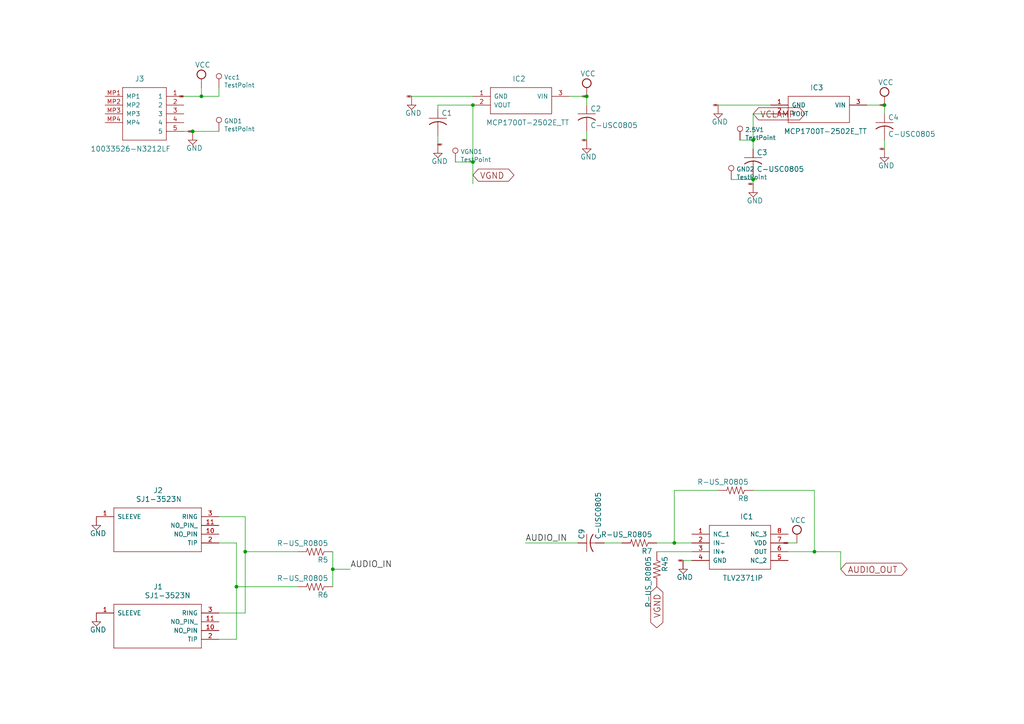
<source format=kicad_sch>
(kicad_sch (version 20211123) (generator eeschema)

  (uuid 29e78086-2175-405e-9ba3-c48766d2f50c)

  (paper "A4")

  (lib_symbols
    (symbol "Connector:TestPoint" (pin_numbers hide) (pin_names (offset 0.762) hide) (in_bom yes) (on_board yes)
      (property "Reference" "TP" (id 0) (at 0 6.858 0)
        (effects (font (size 1.27 1.27)))
      )
      (property "Value" "TestPoint" (id 1) (at 0 5.08 0)
        (effects (font (size 1.27 1.27)))
      )
      (property "Footprint" "" (id 2) (at 5.08 0 0)
        (effects (font (size 1.27 1.27)) hide)
      )
      (property "Datasheet" "~" (id 3) (at 5.08 0 0)
        (effects (font (size 1.27 1.27)) hide)
      )
      (property "ki_keywords" "test point tp" (id 4) (at 0 0 0)
        (effects (font (size 1.27 1.27)) hide)
      )
      (property "ki_description" "test point" (id 5) (at 0 0 0)
        (effects (font (size 1.27 1.27)) hide)
      )
      (property "ki_fp_filters" "Pin* Test*" (id 6) (at 0 0 0)
        (effects (font (size 1.27 1.27)) hide)
      )
      (symbol "TestPoint_0_1"
        (circle (center 0 3.302) (radius 0.762)
          (stroke (width 0) (type default) (color 0 0 0 0))
          (fill (type none))
        )
      )
      (symbol "TestPoint_1_1"
        (pin passive line (at 0 0 90) (length 2.54)
          (name "1" (effects (font (size 1.27 1.27))))
          (number "1" (effects (font (size 1.27 1.27))))
        )
      )
    )
    (symbol "Graphic_Equalzier_Schematic-eagle-import:10033526-N3212LF" (pin_names (offset 1.016)) (in_bom yes) (on_board yes)
      (property "Reference" "J" (id 0) (at 19.05 7.62 0)
        (effects (font (size 1.4986 1.4986)) (justify left))
      )
      (property "Value" "10033526-N3212LF" (id 1) (at 19.05 5.08 0)
        (effects (font (size 1.4986 1.4986)) (justify left))
      )
      (property "Footprint" "" (id 2) (at 0 0 0)
        (effects (font (size 1.27 1.27)) hide)
      )
      (property "Datasheet" "" (id 3) (at 0 0 0)
        (effects (font (size 1.27 1.27)) hide)
      )
      (property "ki_locked" "" (id 4) (at 0 0 0)
        (effects (font (size 1.27 1.27)))
      )
      (symbol "10033526-N3212LF_1_0"
        (polyline
          (pts
            (xy 5.08 2.54)
            (xy 5.08 -12.7)
          )
          (stroke (width 0) (type default) (color 0 0 0 0))
          (fill (type none))
        )
        (polyline
          (pts
            (xy 5.08 2.54)
            (xy 17.78 2.54)
          )
          (stroke (width 0) (type default) (color 0 0 0 0))
          (fill (type none))
        )
        (polyline
          (pts
            (xy 17.78 -12.7)
            (xy 5.08 -12.7)
          )
          (stroke (width 0) (type default) (color 0 0 0 0))
          (fill (type none))
        )
        (polyline
          (pts
            (xy 17.78 -12.7)
            (xy 17.78 2.54)
          )
          (stroke (width 0) (type default) (color 0 0 0 0))
          (fill (type none))
        )
        (pin bidirectional line (at 0 0 0) (length 5.08)
          (name "1" (effects (font (size 1.27 1.27))))
          (number "1" (effects (font (size 1.27 1.27))))
        )
        (pin bidirectional line (at 0 -2.54 0) (length 5.08)
          (name "2" (effects (font (size 1.27 1.27))))
          (number "2" (effects (font (size 1.27 1.27))))
        )
        (pin bidirectional line (at 0 -5.08 0) (length 5.08)
          (name "3" (effects (font (size 1.27 1.27))))
          (number "3" (effects (font (size 1.27 1.27))))
        )
        (pin bidirectional line (at 0 -7.62 0) (length 5.08)
          (name "4" (effects (font (size 1.27 1.27))))
          (number "4" (effects (font (size 1.27 1.27))))
        )
        (pin bidirectional line (at 0 -10.16 0) (length 5.08)
          (name "5" (effects (font (size 1.27 1.27))))
          (number "5" (effects (font (size 1.27 1.27))))
        )
        (pin bidirectional line (at 22.86 0 180) (length 5.08)
          (name "MP1" (effects (font (size 1.27 1.27))))
          (number "MP1" (effects (font (size 1.27 1.27))))
        )
        (pin bidirectional line (at 22.86 -2.54 180) (length 5.08)
          (name "MP2" (effects (font (size 1.27 1.27))))
          (number "MP2" (effects (font (size 1.27 1.27))))
        )
        (pin bidirectional line (at 22.86 -5.08 180) (length 5.08)
          (name "MP3" (effects (font (size 1.27 1.27))))
          (number "MP3" (effects (font (size 1.27 1.27))))
        )
        (pin bidirectional line (at 22.86 -7.62 180) (length 5.08)
          (name "MP4" (effects (font (size 1.27 1.27))))
          (number "MP4" (effects (font (size 1.27 1.27))))
        )
      )
    )
    (symbol "Graphic_Equalzier_Schematic-eagle-import:C-USC0805" (pin_names (offset 1.016)) (in_bom yes) (on_board yes)
      (property "Reference" "C" (id 0) (at 1.016 0.635 0)
        (effects (font (size 1.4986 1.4986)) (justify left bottom))
      )
      (property "Value" "C-USC0805" (id 1) (at 1.016 -4.191 0)
        (effects (font (size 1.4986 1.4986)) (justify left bottom))
      )
      (property "Footprint" "" (id 2) (at 0 0 0)
        (effects (font (size 1.27 1.27)) hide)
      )
      (property "Datasheet" "" (id 3) (at 0 0 0)
        (effects (font (size 1.27 1.27)) hide)
      )
      (property "ki_locked" "" (id 4) (at 0 0 0)
        (effects (font (size 1.27 1.27)))
      )
      (symbol "C-USC0805_1_0"
        (arc (start 0 -1.016) (mid -1.2939 -1.2289) (end -2.4638 -1.8288)
          (stroke (width 0.254) (type default) (color 0 0 0 0))
          (fill (type none))
        )
        (polyline
          (pts
            (xy -2.54 0)
            (xy 2.54 0)
          )
          (stroke (width 0) (type default) (color 0 0 0 0))
          (fill (type none))
        )
        (polyline
          (pts
            (xy 0 -1.016)
            (xy 0 -2.54)
          )
          (stroke (width 0) (type default) (color 0 0 0 0))
          (fill (type none))
        )
        (arc (start 2.4892 -1.8542) (mid 1.3167 -1.2157) (end 0 -0.9906)
          (stroke (width 0.254) (type default) (color 0 0 0 0))
          (fill (type none))
        )
        (pin passive line (at 0 2.54 270) (length 2.54)
          (name "1" (effects (font (size 0 0))))
          (number "1" (effects (font (size 0 0))))
        )
        (pin passive line (at 0 -5.08 90) (length 2.54)
          (name "2" (effects (font (size 0 0))))
          (number "2" (effects (font (size 0 0))))
        )
      )
    )
    (symbol "Graphic_Equalzier_Schematic-eagle-import:GND" (power) (pin_names (offset 1.016)) (in_bom yes) (on_board yes)
      (property "Reference" "#SUPPLY" (id 0) (at 0 0 0)
        (effects (font (size 1.27 1.27)) hide)
      )
      (property "Value" "GND" (id 1) (at -1.905 -3.175 0)
        (effects (font (size 1.4986 1.4986)) (justify left bottom))
      )
      (property "Footprint" "" (id 2) (at 0 0 0)
        (effects (font (size 1.27 1.27)) hide)
      )
      (property "Datasheet" "" (id 3) (at 0 0 0)
        (effects (font (size 1.27 1.27)) hide)
      )
      (property "ki_locked" "" (id 4) (at 0 0 0)
        (effects (font (size 1.27 1.27)))
      )
      (symbol "GND_1_0"
        (polyline
          (pts
            (xy -1.27 0)
            (xy 1.27 0)
          )
          (stroke (width 0) (type default) (color 0 0 0 0))
          (fill (type none))
        )
        (polyline
          (pts
            (xy 0 -1.27)
            (xy -1.27 0)
          )
          (stroke (width 0) (type default) (color 0 0 0 0))
          (fill (type none))
        )
        (polyline
          (pts
            (xy 1.27 0)
            (xy 0 -1.27)
          )
          (stroke (width 0) (type default) (color 0 0 0 0))
          (fill (type none))
        )
        (pin power_in line (at 0 2.54 270) (length 2.54)
          (name "GND" (effects (font (size 0 0))))
          (number "1" (effects (font (size 0 0))))
        )
      )
    )
    (symbol "Graphic_Equalzier_Schematic-eagle-import:MCP1700T-2502E_TT" (pin_names (offset 1.016)) (in_bom yes) (on_board yes)
      (property "Reference" "IC" (id 0) (at 24.13 7.62 0)
        (effects (font (size 1.4986 1.4986)) (justify left))
      )
      (property "Value" "MCP1700T-2502E_TT" (id 1) (at 24.13 5.08 0)
        (effects (font (size 1.4986 1.4986)) (justify left))
      )
      (property "Footprint" "" (id 2) (at 0 0 0)
        (effects (font (size 1.27 1.27)) hide)
      )
      (property "Datasheet" "" (id 3) (at 0 0 0)
        (effects (font (size 1.27 1.27)) hide)
      )
      (property "ki_locked" "" (id 4) (at 0 0 0)
        (effects (font (size 1.27 1.27)))
      )
      (symbol "MCP1700T-2502E_TT_1_0"
        (polyline
          (pts
            (xy 5.08 2.54)
            (xy 5.08 -5.08)
          )
          (stroke (width 0) (type default) (color 0 0 0 0))
          (fill (type none))
        )
        (polyline
          (pts
            (xy 5.08 2.54)
            (xy 22.86 2.54)
          )
          (stroke (width 0) (type default) (color 0 0 0 0))
          (fill (type none))
        )
        (polyline
          (pts
            (xy 22.86 -5.08)
            (xy 5.08 -5.08)
          )
          (stroke (width 0) (type default) (color 0 0 0 0))
          (fill (type none))
        )
        (polyline
          (pts
            (xy 22.86 -5.08)
            (xy 22.86 2.54)
          )
          (stroke (width 0) (type default) (color 0 0 0 0))
          (fill (type none))
        )
        (pin bidirectional line (at 0 0 0) (length 5.08)
          (name "GND" (effects (font (size 1.27 1.27))))
          (number "1" (effects (font (size 1.27 1.27))))
        )
        (pin bidirectional line (at 0 -2.54 0) (length 5.08)
          (name "VOUT" (effects (font (size 1.27 1.27))))
          (number "2" (effects (font (size 1.27 1.27))))
        )
        (pin bidirectional line (at 27.94 0 180) (length 5.08)
          (name "VIN" (effects (font (size 1.27 1.27))))
          (number "3" (effects (font (size 1.27 1.27))))
        )
      )
    )
    (symbol "Graphic_Equalzier_Schematic-eagle-import:R-US_R0805" (pin_names (offset 1.016)) (in_bom yes) (on_board yes)
      (property "Reference" "R" (id 0) (at -3.81 1.4986 0)
        (effects (font (size 1.4986 1.4986)) (justify left bottom))
      )
      (property "Value" "R-US_R0805" (id 1) (at -3.81 -3.302 0)
        (effects (font (size 1.4986 1.4986)) (justify left bottom))
      )
      (property "Footprint" "" (id 2) (at 0 0 0)
        (effects (font (size 1.27 1.27)) hide)
      )
      (property "Datasheet" "" (id 3) (at 0 0 0)
        (effects (font (size 1.27 1.27)) hide)
      )
      (property "ki_locked" "" (id 4) (at 0 0 0)
        (effects (font (size 1.27 1.27)))
      )
      (symbol "R-US_R0805_1_0"
        (polyline
          (pts
            (xy -2.54 0)
            (xy -2.159 1.016)
          )
          (stroke (width 0) (type default) (color 0 0 0 0))
          (fill (type none))
        )
        (polyline
          (pts
            (xy -2.159 1.016)
            (xy -1.524 -1.016)
          )
          (stroke (width 0) (type default) (color 0 0 0 0))
          (fill (type none))
        )
        (polyline
          (pts
            (xy -1.524 -1.016)
            (xy -0.889 1.016)
          )
          (stroke (width 0) (type default) (color 0 0 0 0))
          (fill (type none))
        )
        (polyline
          (pts
            (xy -0.889 1.016)
            (xy -0.254 -1.016)
          )
          (stroke (width 0) (type default) (color 0 0 0 0))
          (fill (type none))
        )
        (polyline
          (pts
            (xy -0.254 -1.016)
            (xy 0.381 1.016)
          )
          (stroke (width 0) (type default) (color 0 0 0 0))
          (fill (type none))
        )
        (polyline
          (pts
            (xy 0.381 1.016)
            (xy 1.016 -1.016)
          )
          (stroke (width 0) (type default) (color 0 0 0 0))
          (fill (type none))
        )
        (polyline
          (pts
            (xy 1.016 -1.016)
            (xy 1.651 1.016)
          )
          (stroke (width 0) (type default) (color 0 0 0 0))
          (fill (type none))
        )
        (polyline
          (pts
            (xy 1.651 1.016)
            (xy 2.286 -1.016)
          )
          (stroke (width 0) (type default) (color 0 0 0 0))
          (fill (type none))
        )
        (polyline
          (pts
            (xy 2.286 -1.016)
            (xy 2.54 0)
          )
          (stroke (width 0) (type default) (color 0 0 0 0))
          (fill (type none))
        )
        (pin passive line (at -5.08 0 0) (length 2.54)
          (name "1" (effects (font (size 0 0))))
          (number "1" (effects (font (size 0 0))))
        )
        (pin passive line (at 5.08 0 180) (length 2.54)
          (name "2" (effects (font (size 0 0))))
          (number "2" (effects (font (size 0 0))))
        )
      )
    )
    (symbol "Graphic_Equalzier_Schematic-eagle-import:SJ1-3523N" (pin_names (offset 1.016)) (in_bom yes) (on_board yes)
      (property "Reference" "J" (id 0) (at 31.75 7.62 0)
        (effects (font (size 1.4986 1.4986)) (justify left))
      )
      (property "Value" "SJ1-3523N" (id 1) (at 31.75 5.08 0)
        (effects (font (size 1.4986 1.4986)) (justify left))
      )
      (property "Footprint" "" (id 2) (at 0 0 0)
        (effects (font (size 1.27 1.27)) hide)
      )
      (property "Datasheet" "" (id 3) (at 0 0 0)
        (effects (font (size 1.27 1.27)) hide)
      )
      (property "ki_locked" "" (id 4) (at 0 0 0)
        (effects (font (size 1.27 1.27)))
      )
      (symbol "SJ1-3523N_1_0"
        (polyline
          (pts
            (xy 5.08 2.54)
            (xy 5.08 -10.16)
          )
          (stroke (width 0) (type default) (color 0 0 0 0))
          (fill (type none))
        )
        (polyline
          (pts
            (xy 5.08 2.54)
            (xy 30.48 2.54)
          )
          (stroke (width 0) (type default) (color 0 0 0 0))
          (fill (type none))
        )
        (polyline
          (pts
            (xy 30.48 -10.16)
            (xy 5.08 -10.16)
          )
          (stroke (width 0) (type default) (color 0 0 0 0))
          (fill (type none))
        )
        (polyline
          (pts
            (xy 30.48 -10.16)
            (xy 30.48 2.54)
          )
          (stroke (width 0) (type default) (color 0 0 0 0))
          (fill (type none))
        )
        (pin bidirectional line (at 0 0 0) (length 5.08)
          (name "SLEEVE" (effects (font (size 1.27 1.27))))
          (number "1" (effects (font (size 1.27 1.27))))
        )
        (pin bidirectional line (at 35.56 -5.08 180) (length 5.08)
          (name "NO_PIN" (effects (font (size 1.27 1.27))))
          (number "10" (effects (font (size 1.27 1.27))))
        )
        (pin bidirectional line (at 35.56 -2.54 180) (length 5.08)
          (name "NO_PIN_" (effects (font (size 1.27 1.27))))
          (number "11" (effects (font (size 1.27 1.27))))
        )
        (pin bidirectional line (at 35.56 -7.62 180) (length 5.08)
          (name "TIP" (effects (font (size 1.27 1.27))))
          (number "2" (effects (font (size 1.27 1.27))))
        )
        (pin bidirectional line (at 35.56 0 180) (length 5.08)
          (name "RING" (effects (font (size 1.27 1.27))))
          (number "3" (effects (font (size 1.27 1.27))))
        )
      )
    )
    (symbol "Graphic_Equalzier_Schematic-eagle-import:TLV2371IP" (pin_names (offset 1.016)) (in_bom yes) (on_board yes)
      (property "Reference" "IC" (id 0) (at 24.13 7.62 0)
        (effects (font (size 1.4986 1.4986)) (justify left))
      )
      (property "Value" "TLV2371IP" (id 1) (at 24.13 5.08 0)
        (effects (font (size 1.4986 1.4986)) (justify left))
      )
      (property "Footprint" "" (id 2) (at 0 0 0)
        (effects (font (size 1.27 1.27)) hide)
      )
      (property "Datasheet" "" (id 3) (at 0 0 0)
        (effects (font (size 1.27 1.27)) hide)
      )
      (property "ki_locked" "" (id 4) (at 0 0 0)
        (effects (font (size 1.27 1.27)))
      )
      (symbol "TLV2371IP_1_0"
        (polyline
          (pts
            (xy 5.08 2.54)
            (xy 5.08 -10.16)
          )
          (stroke (width 0) (type default) (color 0 0 0 0))
          (fill (type none))
        )
        (polyline
          (pts
            (xy 5.08 2.54)
            (xy 22.86 2.54)
          )
          (stroke (width 0) (type default) (color 0 0 0 0))
          (fill (type none))
        )
        (polyline
          (pts
            (xy 22.86 -10.16)
            (xy 5.08 -10.16)
          )
          (stroke (width 0) (type default) (color 0 0 0 0))
          (fill (type none))
        )
        (polyline
          (pts
            (xy 22.86 -10.16)
            (xy 22.86 2.54)
          )
          (stroke (width 0) (type default) (color 0 0 0 0))
          (fill (type none))
        )
        (pin bidirectional line (at 0 0 0) (length 5.08)
          (name "NC_1" (effects (font (size 1.27 1.27))))
          (number "1" (effects (font (size 1.27 1.27))))
        )
        (pin bidirectional line (at 0 -2.54 0) (length 5.08)
          (name "IN-" (effects (font (size 1.27 1.27))))
          (number "2" (effects (font (size 1.27 1.27))))
        )
        (pin bidirectional line (at 0 -5.08 0) (length 5.08)
          (name "IN+" (effects (font (size 1.27 1.27))))
          (number "3" (effects (font (size 1.27 1.27))))
        )
        (pin bidirectional line (at 0 -7.62 0) (length 5.08)
          (name "GND" (effects (font (size 1.27 1.27))))
          (number "4" (effects (font (size 1.27 1.27))))
        )
        (pin bidirectional line (at 27.94 -7.62 180) (length 5.08)
          (name "NC_2" (effects (font (size 1.27 1.27))))
          (number "5" (effects (font (size 1.27 1.27))))
        )
        (pin bidirectional line (at 27.94 -5.08 180) (length 5.08)
          (name "OUT" (effects (font (size 1.27 1.27))))
          (number "6" (effects (font (size 1.27 1.27))))
        )
        (pin bidirectional line (at 27.94 -2.54 180) (length 5.08)
          (name "VDD" (effects (font (size 1.27 1.27))))
          (number "7" (effects (font (size 1.27 1.27))))
        )
        (pin bidirectional line (at 27.94 0 180) (length 5.08)
          (name "NC_3" (effects (font (size 1.27 1.27))))
          (number "8" (effects (font (size 1.27 1.27))))
        )
      )
    )
    (symbol "Graphic_Equalzier_Schematic-eagle-import:VCC" (power) (pin_names (offset 1.016)) (in_bom yes) (on_board yes)
      (property "Reference" "#SUPPLY" (id 0) (at 0 0 0)
        (effects (font (size 1.27 1.27)) hide)
      )
      (property "Value" "VCC" (id 1) (at -1.905 3.175 0)
        (effects (font (size 1.4986 1.4986)) (justify left bottom))
      )
      (property "Footprint" "" (id 2) (at 0 0 0)
        (effects (font (size 1.27 1.27)) hide)
      )
      (property "Datasheet" "" (id 3) (at 0 0 0)
        (effects (font (size 1.27 1.27)) hide)
      )
      (property "ki_locked" "" (id 4) (at 0 0 0)
        (effects (font (size 1.27 1.27)))
      )
      (symbol "VCC_1_0"
        (circle (center 0 1.27) (radius 1.27)
          (stroke (width 0.254) (type default) (color 0 0 0 0))
          (fill (type none))
        )
        (pin power_in line (at 0 -2.54 90) (length 2.54)
          (name "VCC" (effects (font (size 0 0))))
          (number "1" (effects (font (size 0 0))))
        )
      )
    )
  )

  (junction (at 236.22 160.02) (diameter 0) (color 0 0 0 0)
    (uuid 12422a89-3d0c-485c-9386-f77121fd68fd)
  )
  (junction (at 68.58 170.18) (diameter 0) (color 0 0 0 0)
    (uuid 1a1ab354-5f85-45f9-938c-9f6c4c8c3ea2)
  )
  (junction (at 137.16 46.99) (diameter 0) (color 0 0 0 0)
    (uuid 20cca02e-4c4d-4961-b6b4-b40a1731b220)
  )
  (junction (at 137.16 30.48) (diameter 0) (color 0 0 0 0)
    (uuid 5487601b-81d3-4c70-8f3d-cf9df9c63302)
  )
  (junction (at 195.58 157.48) (diameter 0) (color 0 0 0 0)
    (uuid 59ec3156-036e-4049-89db-91a9dd07095f)
  )
  (junction (at 58.42 27.94) (diameter 0) (color 0 0 0 0)
    (uuid 5cf2db29-f7ab-499a-9907-cdeba64bf0f3)
  )
  (junction (at 96.52 165.1) (diameter 0) (color 0 0 0 0)
    (uuid 6bfe5804-2ef9-4c65-b2a7-f01e4014370a)
  )
  (junction (at 55.88 38.1) (diameter 0) (color 0 0 0 0)
    (uuid 6fd4442e-30b3-428b-9306-61418a63d311)
  )
  (junction (at 218.44 52.07) (diameter 0) (color 0 0 0 0)
    (uuid 81a15393-727e-448b-a777-b18773023d89)
  )
  (junction (at 170.18 27.94) (diameter 0) (color 0 0 0 0)
    (uuid 97fe9c60-586f-4895-8504-4d3729f5f81a)
  )
  (junction (at 218.44 40.64) (diameter 0) (color 0 0 0 0)
    (uuid b0906e10-2fbc-4309-a8b4-6fc4cd1a5490)
  )
  (junction (at 256.54 30.48) (diameter 0) (color 0 0 0 0)
    (uuid bfc0aadc-38cf-466e-a642-68fdc3138c78)
  )
  (junction (at 71.12 160.02) (diameter 0) (color 0 0 0 0)
    (uuid e857610b-4434-4144-b04e-43c1ebdc5ceb)
  )

  (wire (pts (xy 96.52 165.1) (xy 96.52 170.18))
    (stroke (width 0) (type default) (color 0 0 0 0))
    (uuid 0217dfc4-fc13-4699-99ad-d9948522648e)
  )
  (wire (pts (xy 208.28 30.48) (xy 223.52 30.48))
    (stroke (width 0) (type default) (color 0 0 0 0))
    (uuid 08a7c925-7fae-4530-b0c9-120e185cb318)
  )
  (wire (pts (xy 218.44 40.64) (xy 218.44 43.18))
    (stroke (width 0) (type default) (color 0 0 0 0))
    (uuid 0ce8d3ab-2662-4158-8a2a-18b782908fc5)
  )
  (wire (pts (xy 214.63 40.64) (xy 218.44 40.64))
    (stroke (width 0) (type default) (color 0 0 0 0))
    (uuid 0e8f7fc0-2ef2-4b90-9c15-8a3a601ee459)
  )
  (wire (pts (xy 55.88 38.1) (xy 53.34 38.1))
    (stroke (width 0) (type default) (color 0 0 0 0))
    (uuid 27d56953-c620-4d5b-9c1c-e48bc3d9684a)
  )
  (wire (pts (xy 63.5 27.94) (xy 63.5 25.4))
    (stroke (width 0) (type default) (color 0 0 0 0))
    (uuid 29e058a7-50a3-43e5-81c3-bfee53da08be)
  )
  (wire (pts (xy 86.36 160.02) (xy 71.12 160.02))
    (stroke (width 0) (type default) (color 0 0 0 0))
    (uuid 2d210a96-f81f-42a9-8bf4-1b43c11086f3)
  )
  (wire (pts (xy 137.16 46.99) (xy 137.16 53.34))
    (stroke (width 0) (type default) (color 0 0 0 0))
    (uuid 382ca670-6ae8-4de6-90f9-f241d1337171)
  )
  (wire (pts (xy 167.64 157.48) (xy 152.4 157.48))
    (stroke (width 0) (type default) (color 0 0 0 0))
    (uuid 3a7648d8-121a-4921-9b92-9b35b76ce39b)
  )
  (wire (pts (xy 170.18 27.94) (xy 165.1 27.94))
    (stroke (width 0) (type default) (color 0 0 0 0))
    (uuid 3aaee4c4-dbf7-49a5-a620-9465d8cc3ae7)
  )
  (wire (pts (xy 200.66 160.02) (xy 190.5 160.02))
    (stroke (width 0) (type default) (color 0 0 0 0))
    (uuid 3e903008-0276-4a73-8edb-5d9dfde6297c)
  )
  (wire (pts (xy 58.42 27.94) (xy 63.5 27.94))
    (stroke (width 0) (type default) (color 0 0 0 0))
    (uuid 3fd54105-4b7e-4004-9801-76ec66108a22)
  )
  (wire (pts (xy 218.44 33.02) (xy 218.44 40.64))
    (stroke (width 0) (type default) (color 0 0 0 0))
    (uuid 40165eda-4ba6-4565-9bb4-b9df6dbb08da)
  )
  (wire (pts (xy 228.6 157.48) (xy 231.14 157.48))
    (stroke (width 0) (type default) (color 0 0 0 0))
    (uuid 42713045-fffd-4b2d-ae1e-7232d705fb12)
  )
  (wire (pts (xy 218.44 142.24) (xy 236.22 142.24))
    (stroke (width 0) (type default) (color 0 0 0 0))
    (uuid 45008225-f50f-4d6b-b508-6730a9408caf)
  )
  (wire (pts (xy 71.12 149.86) (xy 71.12 160.02))
    (stroke (width 0) (type default) (color 0 0 0 0))
    (uuid 4c8eb964-bdf4-44de-90e9-e2ab82dd5313)
  )
  (wire (pts (xy 195.58 157.48) (xy 190.5 157.48))
    (stroke (width 0) (type default) (color 0 0 0 0))
    (uuid 4fa10683-33cd-4dcd-8acc-2415cd63c62a)
  )
  (wire (pts (xy 256.54 43.18) (xy 256.54 40.64))
    (stroke (width 0) (type default) (color 0 0 0 0))
    (uuid 61fe293f-6808-4b7f-9340-9aaac7054a97)
  )
  (wire (pts (xy 236.22 160.02) (xy 243.84 160.02))
    (stroke (width 0) (type default) (color 0 0 0 0))
    (uuid 6475547d-3216-45a4-a15c-48314f1dd0f9)
  )
  (wire (pts (xy 68.58 185.42) (xy 68.58 170.18))
    (stroke (width 0) (type default) (color 0 0 0 0))
    (uuid 666713b0-70f4-42df-8761-f65bc212d03b)
  )
  (wire (pts (xy 63.5 185.42) (xy 68.58 185.42))
    (stroke (width 0) (type default) (color 0 0 0 0))
    (uuid 6c2e273e-743c-4f1e-a647-4171f8122550)
  )
  (wire (pts (xy 228.6 160.02) (xy 236.22 160.02))
    (stroke (width 0) (type default) (color 0 0 0 0))
    (uuid 75ffc65c-7132-4411-9f2a-ae0c73d79338)
  )
  (wire (pts (xy 86.36 170.18) (xy 68.58 170.18))
    (stroke (width 0) (type default) (color 0 0 0 0))
    (uuid 7aed3a71-054b-4aaa-9c0a-030523c32827)
  )
  (wire (pts (xy 198.12 162.56) (xy 200.66 162.56))
    (stroke (width 0) (type default) (color 0 0 0 0))
    (uuid 7bbf981c-a063-4e30-8911-e4228e1c0743)
  )
  (wire (pts (xy 68.58 170.18) (xy 68.58 157.48))
    (stroke (width 0) (type default) (color 0 0 0 0))
    (uuid 7dc880bc-e7eb-4cce-8d8c-0b65a9dd788e)
  )
  (wire (pts (xy 256.54 30.48) (xy 251.46 30.48))
    (stroke (width 0) (type default) (color 0 0 0 0))
    (uuid 80094b70-85ab-4ff6-934b-60d5ee65023a)
  )
  (wire (pts (xy 58.42 27.94) (xy 58.42 25.4))
    (stroke (width 0) (type default) (color 0 0 0 0))
    (uuid 852dabbf-de45-4470-8176-59d37a754407)
  )
  (wire (pts (xy 243.84 160.02) (xy 243.84 165.1))
    (stroke (width 0) (type default) (color 0 0 0 0))
    (uuid 8c6a821f-8e19-48f3-8f44-9b340f7689bc)
  )
  (wire (pts (xy 63.5 38.1) (xy 55.88 38.1))
    (stroke (width 0) (type default) (color 0 0 0 0))
    (uuid 8d0c1d66-35ef-4a53-a28f-436a11b54f42)
  )
  (wire (pts (xy 223.52 33.02) (xy 218.44 33.02))
    (stroke (width 0) (type default) (color 0 0 0 0))
    (uuid 8e06ba1f-e3ba-4eb9-a10e-887dffd566d6)
  )
  (wire (pts (xy 68.58 157.48) (xy 63.5 157.48))
    (stroke (width 0) (type default) (color 0 0 0 0))
    (uuid 9157f4ae-0244-4ff1-9f73-3cb4cbb5f280)
  )
  (wire (pts (xy 137.16 30.48) (xy 137.16 46.99))
    (stroke (width 0) (type default) (color 0 0 0 0))
    (uuid 926001fd-2747-4639-8c0f-4fc46ff7218d)
  )
  (wire (pts (xy 63.5 149.86) (xy 71.12 149.86))
    (stroke (width 0) (type default) (color 0 0 0 0))
    (uuid 94a873dc-af67-4ef9-8159-1f7c93eeb3d7)
  )
  (wire (pts (xy 71.12 177.8) (xy 63.5 177.8))
    (stroke (width 0) (type default) (color 0 0 0 0))
    (uuid 9bb20359-0f8b-45bc-9d38-6626ed3a939d)
  )
  (wire (pts (xy 218.44 53.34) (xy 218.44 52.07))
    (stroke (width 0) (type default) (color 0 0 0 0))
    (uuid 9e1b837f-0d34-4a18-9644-9ee68f141f46)
  )
  (wire (pts (xy 127 31.75) (xy 127 30.48))
    (stroke (width 0) (type default) (color 0 0 0 0))
    (uuid a29f8df0-3fae-4edf-8d9c-bd5a875b13e3)
  )
  (wire (pts (xy 218.44 52.07) (xy 218.44 50.8))
    (stroke (width 0) (type default) (color 0 0 0 0))
    (uuid a4f86a46-3bc8-4daa-9125-a63f297eb114)
  )
  (wire (pts (xy 236.22 142.24) (xy 236.22 160.02))
    (stroke (width 0) (type default) (color 0 0 0 0))
    (uuid a544eb0a-75db-4baf-bf54-9ca21744343b)
  )
  (wire (pts (xy 71.12 160.02) (xy 71.12 177.8))
    (stroke (width 0) (type default) (color 0 0 0 0))
    (uuid aa14c3bd-4acc-4908-9d28-228585a22a9d)
  )
  (wire (pts (xy 53.34 27.94) (xy 58.42 27.94))
    (stroke (width 0) (type default) (color 0 0 0 0))
    (uuid b5352a33-563a-4ffe-a231-2e68fb54afa3)
  )
  (wire (pts (xy 195.58 157.48) (xy 195.58 142.24))
    (stroke (width 0) (type default) (color 0 0 0 0))
    (uuid babeabf2-f3b0-4ed5-8d9e-0215947e6cf3)
  )
  (wire (pts (xy 96.52 160.02) (xy 96.52 165.1))
    (stroke (width 0) (type default) (color 0 0 0 0))
    (uuid bd5408e4-362d-4e43-9d39-78fb99eb52c8)
  )
  (wire (pts (xy 170.18 27.94) (xy 170.18 30.48))
    (stroke (width 0) (type default) (color 0 0 0 0))
    (uuid bdc7face-9f7c-4701-80bb-4cc144448db1)
  )
  (wire (pts (xy 96.52 165.1) (xy 101.6 165.1))
    (stroke (width 0) (type default) (color 0 0 0 0))
    (uuid c0eca5ed-bc5e-4618-9bcd-80945bea41ed)
  )
  (wire (pts (xy 119.38 27.94) (xy 137.16 27.94))
    (stroke (width 0) (type default) (color 0 0 0 0))
    (uuid cb614b23-9af3-4aec-bed8-c1374e001510)
  )
  (wire (pts (xy 256.54 30.48) (xy 256.54 33.02))
    (stroke (width 0) (type default) (color 0 0 0 0))
    (uuid d4a1d3c4-b315-4bec-9220-d12a9eab51e0)
  )
  (wire (pts (xy 180.34 157.48) (xy 175.26 157.48))
    (stroke (width 0) (type default) (color 0 0 0 0))
    (uuid d7269d2a-b8c0-422d-8f25-f79ea31bf75e)
  )
  (wire (pts (xy 200.66 157.48) (xy 195.58 157.48))
    (stroke (width 0) (type default) (color 0 0 0 0))
    (uuid df68c26a-03b5-4466-aecf-ba34b7dce6b7)
  )
  (wire (pts (xy 127 30.48) (xy 137.16 30.48))
    (stroke (width 0) (type default) (color 0 0 0 0))
    (uuid e3fc1e69-a11c-4c84-8952-fefb9372474e)
  )
  (wire (pts (xy 195.58 142.24) (xy 208.28 142.24))
    (stroke (width 0) (type default) (color 0 0 0 0))
    (uuid e8c50f1b-c316-4110-9cce-5c24c65a1eaa)
  )
  (wire (pts (xy 212.09 52.07) (xy 218.44 52.07))
    (stroke (width 0) (type default) (color 0 0 0 0))
    (uuid ec5c2062-3a41-4636-8803-069e60a1641a)
  )
  (wire (pts (xy 170.18 40.64) (xy 170.18 38.1))
    (stroke (width 0) (type default) (color 0 0 0 0))
    (uuid ee27d19c-8dca-4ac8-a760-6dfd54d28071)
  )
  (wire (pts (xy 127 41.91) (xy 127 39.37))
    (stroke (width 0) (type default) (color 0 0 0 0))
    (uuid f2c93195-af12-4d3e-acdf-bdd0ff675c24)
  )
  (wire (pts (xy 132.08 46.99) (xy 137.16 46.99))
    (stroke (width 0) (type default) (color 0 0 0 0))
    (uuid feb26ecb-9193-46ea-a41b-d09305bf0a3e)
  )

  (label "AUDIO_IN" (at 101.6 165.1 0)
    (effects (font (size 1.778 1.778)) (justify left bottom))
    (uuid 1d9cdadc-9036-4a95-b6db-fa7b3b74c869)
  )
  (label "AUDIO_IN" (at 152.4 157.48 0)
    (effects (font (size 1.778 1.778)) (justify left bottom))
    (uuid 24f7628d-681d-4f0e-8409-40a129e929d9)
  )

  (global_label "AUDIO_OUT" (shape bidirectional) (at 243.84 165.1 0) (fields_autoplaced)
    (effects (font (size 1.778 1.778)) (justify left))
    (uuid 1a6d2848-e78e-49fe-8978-e1890f07836f)
    (property "Intersheet References" "${INTERSHEET_REFS}" (id 0) (at 0 0 0)
      (effects (font (size 1.27 1.27)) hide)
    )
  )
  (global_label "GND" (shape bidirectional) (at 128.27 41.91 180) (fields_autoplaced)
    (effects (font (size 0.254 0.254)) (justify right))
    (uuid 240e07e1-770b-4b27-894f-29fd601c924d)
    (property "Intersheet References" "${INTERSHEET_REFS}" (id 0) (at 0 0 0)
      (effects (font (size 1.27 1.27)) hide)
    )
  )
  (global_label "VGND" (shape bidirectional) (at 137.16 50.8 0) (fields_autoplaced)
    (effects (font (size 1.778 1.778)) (justify left))
    (uuid 2d697cf0-e02e-4ed1-a048-a704dab0ee43)
    (property "Intersheet References" "${INTERSHEET_REFS}" (id 0) (at 0 0 0)
      (effects (font (size 1.27 1.27)) hide)
    )
  )
  (global_label "GND" (shape bidirectional) (at 256.54 43.18 180) (fields_autoplaced)
    (effects (font (size 0.254 0.254)) (justify right))
    (uuid 2f215f15-3d52-4c91-93e6-3ea03a95622f)
    (property "Intersheet References" "${INTERSHEET_REFS}" (id 0) (at 0 0 0)
      (effects (font (size 1.27 1.27)) hide)
    )
  )
  (global_label "GND" (shape bidirectional) (at 208.28 30.48 180) (fields_autoplaced)
    (effects (font (size 0.254 0.254)) (justify right))
    (uuid 4a4ec8d9-3d72-4952-83d4-808f65849a2b)
    (property "Intersheet References" "${INTERSHEET_REFS}" (id 0) (at 0 0 0)
      (effects (font (size 1.27 1.27)) hide)
    )
  )
  (global_label "GND" (shape bidirectional) (at 119.38 27.94 180) (fields_autoplaced)
    (effects (font (size 0.254 0.254)) (justify right))
    (uuid 503dbd88-3e6b-48cc-a2ea-a6e28b52a1f7)
    (property "Intersheet References" "${INTERSHEET_REFS}" (id 0) (at 0 0 0)
      (effects (font (size 1.27 1.27)) hide)
    )
  )
  (global_label "GND" (shape bidirectional) (at 198.12 162.56 180) (fields_autoplaced)
    (effects (font (size 0.254 0.254)) (justify right))
    (uuid 5528bcad-2950-4673-90eb-c37e6952c475)
    (property "Intersheet References" "${INTERSHEET_REFS}" (id 0) (at 0 0 0)
      (effects (font (size 1.27 1.27)) hide)
    )
  )
  (global_label "GND" (shape bidirectional) (at 218.44 53.34 180) (fields_autoplaced)
    (effects (font (size 0.254 0.254)) (justify right))
    (uuid 63ff1c93-3f96-4c33-b498-5dd8c33bccc0)
    (property "Intersheet References" "${INTERSHEET_REFS}" (id 0) (at 0 0 0)
      (effects (font (size 1.27 1.27)) hide)
    )
  )
  (global_label "VCC" (shape bidirectional) (at 256.54 30.48 180) (fields_autoplaced)
    (effects (font (size 0.254 0.254)) (justify right))
    (uuid 6441b183-b8f2-458f-a23d-60e2b1f66dd6)
    (property "Intersheet References" "${INTERSHEET_REFS}" (id 0) (at 0 0 0)
      (effects (font (size 1.27 1.27)) hide)
    )
  )
  (global_label "VCC" (shape bidirectional) (at 53.34 27.94 180) (fields_autoplaced)
    (effects (font (size 0.254 0.254)) (justify right))
    (uuid 66043bca-a260-4915-9fce-8a51d324c687)
    (property "Intersheet References" "${INTERSHEET_REFS}" (id 0) (at 0 0 0)
      (effects (font (size 1.27 1.27)) hide)
    )
  )
  (global_label "VCLAMP" (shape bidirectional) (at 218.44 33.02 0) (fields_autoplaced)
    (effects (font (size 1.778 1.778)) (justify left))
    (uuid 7e023245-2c2b-4e2b-bfb9-5d35176e88f2)
    (property "Intersheet References" "${INTERSHEET_REFS}" (id 0) (at 0 0 0)
      (effects (font (size 1.27 1.27)) hide)
    )
  )
  (global_label "VCC" (shape bidirectional) (at 170.18 27.94 180) (fields_autoplaced)
    (effects (font (size 0.254 0.254)) (justify right))
    (uuid 922058ca-d09a-45fd-8394-05f3e2c1e03a)
    (property "Intersheet References" "${INTERSHEET_REFS}" (id 0) (at 0 0 0)
      (effects (font (size 1.27 1.27)) hide)
    )
  )
  (global_label "GND" (shape bidirectional) (at 170.18 40.64 180) (fields_autoplaced)
    (effects (font (size 0.254 0.254)) (justify right))
    (uuid 9b0a1687-7e1b-4a04-a30b-c27a072a2949)
    (property "Intersheet References" "${INTERSHEET_REFS}" (id 0) (at 0 0 0)
      (effects (font (size 1.27 1.27)) hide)
    )
  )
  (global_label "VCC" (shape bidirectional) (at 228.6 157.48 180) (fields_autoplaced)
    (effects (font (size 0.254 0.254)) (justify right))
    (uuid c0515cd2-cdaa-467e-8354-0f6eadfa35c9)
    (property "Intersheet References" "${INTERSHEET_REFS}" (id 0) (at 0 0 0)
      (effects (font (size 1.27 1.27)) hide)
    )
  )
  (global_label "VGND" (shape bidirectional) (at 190.5 170.18 270) (fields_autoplaced)
    (effects (font (size 1.778 1.778)) (justify right))
    (uuid c106154f-d948-43e5-abfa-e1b96055d91b)
    (property "Intersheet References" "${INTERSHEET_REFS}" (id 0) (at 0 0 0)
      (effects (font (size 1.27 1.27)) hide)
    )
  )
  (global_label "GND" (shape bidirectional) (at 55.88 38.1 180) (fields_autoplaced)
    (effects (font (size 0.254 0.254)) (justify right))
    (uuid d6fb27cf-362d-4568-967c-a5bf49d5931b)
    (property "Intersheet References" "${INTERSHEET_REFS}" (id 0) (at 0 0 0)
      (effects (font (size 1.27 1.27)) hide)
    )
  )

  (symbol (lib_id "Graphic_Equalzier_Schematic-eagle-import:C-USC0805") (at 218.44 45.72 0)
    (in_bom yes) (on_board yes)
    (uuid 00000000-0000-0000-0000-000000cb58e1)
    (property "Reference" "C3" (id 0) (at 219.456 45.085 0)
      (effects (font (size 1.4986 1.4986)) (justify left bottom))
    )
    (property "Value" "C-USC0805" (id 1) (at 219.456 49.911 0)
      (effects (font (size 1.4986 1.4986)) (justify left bottom))
    )
    (property "Footprint" "Graphic_Equalzier_Schematic:C0805" (id 2) (at 218.44 45.72 0)
      (effects (font (size 1.27 1.27)) hide)
    )
    (property "Datasheet" "" (id 3) (at 218.44 45.72 0)
      (effects (font (size 1.27 1.27)) hide)
    )
    (pin "1" (uuid 6a4415f7-ef12-46e3-a67e-780058dd05a3))
    (pin "2" (uuid 6ffddf85-1931-4777-ae3b-ace62e65cf24))
  )

  (symbol (lib_id "Graphic_Equalzier_Schematic-eagle-import:GND") (at 55.88 40.64 0)
    (in_bom yes) (on_board yes)
    (uuid 00000000-0000-0000-0000-000019032892)
    (property "Reference" "#SUPPLY02" (id 0) (at 55.88 40.64 0)
      (effects (font (size 1.27 1.27)) hide)
    )
    (property "Value" "GND" (id 1) (at 53.975 43.815 0)
      (effects (font (size 1.4986 1.4986)) (justify left bottom))
    )
    (property "Footprint" "" (id 2) (at 55.88 40.64 0)
      (effects (font (size 1.27 1.27)) hide)
    )
    (property "Datasheet" "" (id 3) (at 55.88 40.64 0)
      (effects (font (size 1.27 1.27)) hide)
    )
    (pin "1" (uuid 21c6c7e7-df66-4768-ac7a-cc15bd42c463))
  )

  (symbol (lib_id "Graphic_Equalzier_Schematic-eagle-import:R-US_R0805") (at 91.44 170.18 180)
    (in_bom yes) (on_board yes)
    (uuid 00000000-0000-0000-0000-00001be7e303)
    (property "Reference" "R6" (id 0) (at 95.25 171.6786 0)
      (effects (font (size 1.4986 1.4986)) (justify left bottom))
    )
    (property "Value" "R-US_R0805" (id 1) (at 95.25 166.878 0)
      (effects (font (size 1.4986 1.4986)) (justify left bottom))
    )
    (property "Footprint" "Graphic_Equalzier_Schematic:R0805" (id 2) (at 91.44 170.18 0)
      (effects (font (size 1.27 1.27)) hide)
    )
    (property "Datasheet" "" (id 3) (at 91.44 170.18 0)
      (effects (font (size 1.27 1.27)) hide)
    )
    (pin "1" (uuid e13d0fec-ee22-43b7-b843-5e3c55201f21))
    (pin "2" (uuid 59306d6c-49ed-4116-ab4a-d9eca2a5f1df))
  )

  (symbol (lib_id "Graphic_Equalzier_Schematic-eagle-import:GND") (at 27.94 180.34 0)
    (in_bom yes) (on_board yes)
    (uuid 00000000-0000-0000-0000-00001c9152c2)
    (property "Reference" "#SUPPLY04" (id 0) (at 27.94 180.34 0)
      (effects (font (size 1.27 1.27)) hide)
    )
    (property "Value" "GND" (id 1) (at 26.035 183.515 0)
      (effects (font (size 1.4986 1.4986)) (justify left bottom))
    )
    (property "Footprint" "" (id 2) (at 27.94 180.34 0)
      (effects (font (size 1.27 1.27)) hide)
    )
    (property "Datasheet" "" (id 3) (at 27.94 180.34 0)
      (effects (font (size 1.27 1.27)) hide)
    )
    (pin "1" (uuid 68253e88-4faf-40f2-b038-54be1d22b44f))
  )

  (symbol (lib_id "Graphic_Equalzier_Schematic-eagle-import:VCC") (at 170.18 25.4 0)
    (in_bom yes) (on_board yes)
    (uuid 00000000-0000-0000-0000-000020b1ddde)
    (property "Reference" "#SUPPLY05" (id 0) (at 170.18 25.4 0)
      (effects (font (size 1.27 1.27)) hide)
    )
    (property "Value" "VCC" (id 1) (at 168.275 22.225 0)
      (effects (font (size 1.4986 1.4986)) (justify left bottom))
    )
    (property "Footprint" "" (id 2) (at 170.18 25.4 0)
      (effects (font (size 1.27 1.27)) hide)
    )
    (property "Datasheet" "" (id 3) (at 170.18 25.4 0)
      (effects (font (size 1.27 1.27)) hide)
    )
    (pin "1" (uuid 45e009ac-89b1-46d2-bf14-48d9d69a4da5))
  )

  (symbol (lib_id "Graphic_Equalzier_Schematic-eagle-import:TLV2371IP") (at 200.66 154.94 0)
    (in_bom yes) (on_board yes)
    (uuid 00000000-0000-0000-0000-000022f7723e)
    (property "Reference" "IC1" (id 0) (at 214.63 149.86 0)
      (effects (font (size 1.4986 1.4986)) (justify left))
    )
    (property "Value" "TLV2371IP" (id 1) (at 209.55 167.64 0)
      (effects (font (size 1.4986 1.4986)) (justify left))
    )
    (property "Footprint" "Graphic_Equalzier_Schematic:DIP794W53P254L959H508Q8N" (id 2) (at 200.66 154.94 0)
      (effects (font (size 1.27 1.27)) hide)
    )
    (property "Datasheet" "" (id 3) (at 200.66 154.94 0)
      (effects (font (size 1.27 1.27)) hide)
    )
    (pin "1" (uuid 16ab3cf3-2a08-482e-99cb-0ca360e40df2))
    (pin "2" (uuid d652afe8-bb44-4c73-a782-165d9817f4af))
    (pin "3" (uuid d6e047fd-eab7-4db3-8b54-409bdd5ef572))
    (pin "4" (uuid 19c77d2a-fa87-4a00-863c-4c1b684defd0))
    (pin "5" (uuid 258c03fe-0121-4d86-a0f9-1f43ede8ae71))
    (pin "6" (uuid 780ce6d2-f54f-4bbc-a6aa-d43d29897ba3))
    (pin "7" (uuid 5b7ac3d0-d976-4048-8018-ef9da1715560))
    (pin "8" (uuid 9479784f-d61f-42d0-b60d-2e0534b653a1))
  )

  (symbol (lib_id "Graphic_Equalzier_Schematic-eagle-import:C-USC0805") (at 127 34.29 0)
    (in_bom yes) (on_board yes)
    (uuid 00000000-0000-0000-0000-000024f56349)
    (property "Reference" "C1" (id 0) (at 128.016 33.655 0)
      (effects (font (size 1.4986 1.4986)) (justify left bottom))
    )
    (property "Value" "C-USC0805" (id 1) (at 128.016 38.481 0)
      (effects (font (size 1.4986 1.4986)) (justify left bottom) hide)
    )
    (property "Footprint" "Graphic_Equalzier_Schematic:C0805" (id 2) (at 127 34.29 0)
      (effects (font (size 1.27 1.27)) hide)
    )
    (property "Datasheet" "" (id 3) (at 127 34.29 0)
      (effects (font (size 1.27 1.27)) hide)
    )
    (pin "1" (uuid 6088c564-dc0f-4dad-bb08-94d7acd78a5b))
    (pin "2" (uuid 2d961e72-a8e5-4419-b78b-470ad5ce44af))
  )

  (symbol (lib_id "Graphic_Equalzier_Schematic-eagle-import:VCC") (at 231.14 154.94 0)
    (in_bom yes) (on_board yes)
    (uuid 00000000-0000-0000-0000-000028999800)
    (property "Reference" "#SUPPLY010" (id 0) (at 231.14 154.94 0)
      (effects (font (size 1.27 1.27)) hide)
    )
    (property "Value" "VCC" (id 1) (at 229.235 151.765 0)
      (effects (font (size 1.4986 1.4986)) (justify left bottom))
    )
    (property "Footprint" "" (id 2) (at 231.14 154.94 0)
      (effects (font (size 1.27 1.27)) hide)
    )
    (property "Datasheet" "" (id 3) (at 231.14 154.94 0)
      (effects (font (size 1.27 1.27)) hide)
    )
    (pin "1" (uuid 3fd258a4-4a9a-4c33-a2da-3d592ea547ed))
  )

  (symbol (lib_id "Graphic_Equalzier_Schematic-eagle-import:GND") (at 119.38 30.48 0)
    (in_bom yes) (on_board yes)
    (uuid 00000000-0000-0000-0000-00002907e397)
    (property "Reference" "#SUPPLY07" (id 0) (at 119.38 30.48 0)
      (effects (font (size 1.27 1.27)) hide)
    )
    (property "Value" "GND" (id 1) (at 117.475 33.655 0)
      (effects (font (size 1.4986 1.4986)) (justify left bottom))
    )
    (property "Footprint" "" (id 2) (at 119.38 30.48 0)
      (effects (font (size 1.27 1.27)) hide)
    )
    (property "Datasheet" "" (id 3) (at 119.38 30.48 0)
      (effects (font (size 1.27 1.27)) hide)
    )
    (pin "1" (uuid e77c19b6-db3d-4b9e-a098-b8ca8297a370))
  )

  (symbol (lib_id "Graphic_Equalzier_Schematic-eagle-import:GND") (at 170.18 43.18 0)
    (in_bom yes) (on_board yes)
    (uuid 00000000-0000-0000-0000-000031c2c8a5)
    (property "Reference" "#SUPPLY012" (id 0) (at 170.18 43.18 0)
      (effects (font (size 1.27 1.27)) hide)
    )
    (property "Value" "GND" (id 1) (at 168.275 46.355 0)
      (effects (font (size 1.4986 1.4986)) (justify left bottom))
    )
    (property "Footprint" "" (id 2) (at 170.18 43.18 0)
      (effects (font (size 1.27 1.27)) hide)
    )
    (property "Datasheet" "" (id 3) (at 170.18 43.18 0)
      (effects (font (size 1.27 1.27)) hide)
    )
    (pin "1" (uuid 8c7fd2ae-f8f3-4cc7-af46-afd0b74adf99))
  )

  (symbol (lib_id "Graphic_Equalzier_Schematic-eagle-import:GND") (at 208.28 33.02 0)
    (in_bom yes) (on_board yes)
    (uuid 00000000-0000-0000-0000-000039566f8a)
    (property "Reference" "#SUPPLY08" (id 0) (at 208.28 33.02 0)
      (effects (font (size 1.27 1.27)) hide)
    )
    (property "Value" "GND" (id 1) (at 206.375 36.195 0)
      (effects (font (size 1.4986 1.4986)) (justify left bottom))
    )
    (property "Footprint" "" (id 2) (at 208.28 33.02 0)
      (effects (font (size 1.27 1.27)) hide)
    )
    (property "Datasheet" "" (id 3) (at 208.28 33.02 0)
      (effects (font (size 1.27 1.27)) hide)
    )
    (pin "1" (uuid 1df705f0-c44d-4c0a-ac66-888b0edadf4b))
  )

  (symbol (lib_id "Graphic_Equalzier_Schematic-eagle-import:R-US_R0805") (at 213.36 142.24 180)
    (in_bom yes) (on_board yes)
    (uuid 00000000-0000-0000-0000-00003b37d644)
    (property "Reference" "R8" (id 0) (at 217.17 143.7386 0)
      (effects (font (size 1.4986 1.4986)) (justify left bottom))
    )
    (property "Value" "R-US_R0805" (id 1) (at 217.17 138.938 0)
      (effects (font (size 1.4986 1.4986)) (justify left bottom))
    )
    (property "Footprint" "Graphic_Equalzier_Schematic:R0805" (id 2) (at 213.36 142.24 0)
      (effects (font (size 1.27 1.27)) hide)
    )
    (property "Datasheet" "" (id 3) (at 213.36 142.24 0)
      (effects (font (size 1.27 1.27)) hide)
    )
    (pin "1" (uuid 07d6040e-ebb3-496e-bd65-8cc6a12742e1))
    (pin "2" (uuid 868e1dba-0556-4e74-82ec-91b4db313a44))
  )

  (symbol (lib_id "Graphic_Equalzier_Schematic-eagle-import:C-USC0805") (at 170.18 33.02 0)
    (in_bom yes) (on_board yes)
    (uuid 00000000-0000-0000-0000-00004071d1f9)
    (property "Reference" "C2" (id 0) (at 171.196 32.385 0)
      (effects (font (size 1.4986 1.4986)) (justify left bottom))
    )
    (property "Value" "C-USC0805" (id 1) (at 171.196 37.211 0)
      (effects (font (size 1.4986 1.4986)) (justify left bottom))
    )
    (property "Footprint" "Graphic_Equalzier_Schematic:C0805" (id 2) (at 170.18 33.02 0)
      (effects (font (size 1.27 1.27)) hide)
    )
    (property "Datasheet" "" (id 3) (at 170.18 33.02 0)
      (effects (font (size 1.27 1.27)) hide)
    )
    (pin "1" (uuid 8c14d763-a0b9-4370-9118-0d4db98b3a83))
    (pin "2" (uuid fb7c0c06-cd7d-4cf4-aec0-7319ba5d8f3d))
  )

  (symbol (lib_id "Graphic_Equalzier_Schematic-eagle-import:SJ1-3523N") (at 27.94 177.8 0)
    (in_bom yes) (on_board yes)
    (uuid 00000000-0000-0000-0000-0000449c7c68)
    (property "Reference" "J1" (id 0) (at 44.45 170.18 0)
      (effects (font (size 1.4986 1.4986)) (justify left))
    )
    (property "Value" "SJ1-3523N" (id 1) (at 41.91 172.72 0)
      (effects (font (size 1.4986 1.4986)) (justify left))
    )
    (property "Footprint" "Graphic_Equalzier_Schematic:SJ13523N" (id 2) (at 27.94 177.8 0)
      (effects (font (size 1.27 1.27)) hide)
    )
    (property "Datasheet" "" (id 3) (at 27.94 177.8 0)
      (effects (font (size 1.27 1.27)) hide)
    )
    (pin "1" (uuid e5614058-70e1-453c-9f71-7593e14c6cda))
    (pin "10" (uuid c36c5c38-0623-435a-b37e-73b42d30547a))
    (pin "11" (uuid 65650245-3e17-4729-bab4-50f5eeea3c5d))
    (pin "2" (uuid 20950cb6-2717-4444-a6ea-d6007b860493))
    (pin "3" (uuid 20ab765c-7f02-4629-8f3d-461414e5eb16))
  )

  (symbol (lib_id "Graphic_Equalzier_Schematic-eagle-import:GND") (at 27.94 152.4 0)
    (in_bom yes) (on_board yes)
    (uuid 00000000-0000-0000-0000-00004f8e092b)
    (property "Reference" "#SUPPLY03" (id 0) (at 27.94 152.4 0)
      (effects (font (size 1.27 1.27)) hide)
    )
    (property "Value" "GND" (id 1) (at 26.035 155.575 0)
      (effects (font (size 1.4986 1.4986)) (justify left bottom))
    )
    (property "Footprint" "" (id 2) (at 27.94 152.4 0)
      (effects (font (size 1.27 1.27)) hide)
    )
    (property "Datasheet" "" (id 3) (at 27.94 152.4 0)
      (effects (font (size 1.27 1.27)) hide)
    )
    (pin "1" (uuid 4d5466e5-82c2-4260-8553-d9b75cdecdb9))
  )

  (symbol (lib_id "Graphic_Equalzier_Schematic-eagle-import:R-US_R0805") (at 190.5 165.1 270)
    (in_bom yes) (on_board yes)
    (uuid 00000000-0000-0000-0000-0000610ac41f)
    (property "Reference" "R45" (id 0) (at 191.9986 161.29 0)
      (effects (font (size 1.4986 1.4986)) (justify left bottom))
    )
    (property "Value" "R-US_R0805" (id 1) (at 187.198 161.29 0)
      (effects (font (size 1.4986 1.4986)) (justify left bottom))
    )
    (property "Footprint" "Graphic_Equalzier_Schematic:R0805" (id 2) (at 190.5 165.1 0)
      (effects (font (size 1.27 1.27)) hide)
    )
    (property "Datasheet" "" (id 3) (at 190.5 165.1 0)
      (effects (font (size 1.27 1.27)) hide)
    )
    (pin "1" (uuid 54da39d2-4688-4755-a16a-3c76bff3cb9b))
    (pin "2" (uuid a9efe1a5-bed5-4439-b32c-d3332c809f26))
  )

  (symbol (lib_id "Connector:TestPoint") (at 63.5 25.4 0) (unit 1)
    (in_bom yes) (on_board yes)
    (uuid 00000000-0000-0000-0000-0000611c0b2c)
    (property "Reference" "Vcc1" (id 0) (at 64.9732 22.4028 0)
      (effects (font (size 1.27 1.27)) (justify left))
    )
    (property "Value" "TestPoint" (id 1) (at 64.9732 24.7142 0)
      (effects (font (size 1.27 1.27)) (justify left))
    )
    (property "Footprint" "TestPoint:TestPoint_THTPad_D2.0mm_Drill1.0mm" (id 2) (at 64.9732 25.8826 0)
      (effects (font (size 1.27 1.27)) (justify left) hide)
    )
    (property "Datasheet" "~" (id 3) (at 68.58 25.4 0)
      (effects (font (size 1.27 1.27)) hide)
    )
    (pin "1" (uuid 3a694b42-670f-4cf1-ba79-aea0eadc7924))
  )

  (symbol (lib_id "Connector:TestPoint") (at 63.5 38.1 0) (unit 1)
    (in_bom yes) (on_board yes)
    (uuid 00000000-0000-0000-0000-00006120bb3c)
    (property "Reference" "GND1" (id 0) (at 64.9732 35.1028 0)
      (effects (font (size 1.27 1.27)) (justify left))
    )
    (property "Value" "TestPoint" (id 1) (at 64.9732 37.4142 0)
      (effects (font (size 1.27 1.27)) (justify left))
    )
    (property "Footprint" "TestPoint:TestPoint_THTPad_D2.0mm_Drill1.0mm" (id 2) (at 68.58 38.1 0)
      (effects (font (size 1.27 1.27)) hide)
    )
    (property "Datasheet" "~" (id 3) (at 68.58 38.1 0)
      (effects (font (size 1.27 1.27)) hide)
    )
    (pin "1" (uuid ada23054-e29c-425b-8710-f8a6e4acd6cc))
  )

  (symbol (lib_id "Connector:TestPoint") (at 132.08 46.99 0) (unit 1)
    (in_bom yes) (on_board yes)
    (uuid 00000000-0000-0000-0000-00006120c64f)
    (property "Reference" "VGND1" (id 0) (at 133.5532 43.9928 0)
      (effects (font (size 1.27 1.27)) (justify left))
    )
    (property "Value" "TestPoint" (id 1) (at 133.5532 46.3042 0)
      (effects (font (size 1.27 1.27)) (justify left))
    )
    (property "Footprint" "TestPoint:TestPoint_THTPad_D2.0mm_Drill1.0mm" (id 2) (at 137.16 46.99 0)
      (effects (font (size 1.27 1.27)) hide)
    )
    (property "Datasheet" "~" (id 3) (at 137.16 46.99 0)
      (effects (font (size 1.27 1.27)) hide)
    )
    (pin "1" (uuid e5ddd04d-76f1-4f42-ab4b-980719c3dba6))
  )

  (symbol (lib_id "Connector:TestPoint") (at 214.63 40.64 0) (unit 1)
    (in_bom yes) (on_board yes)
    (uuid 00000000-0000-0000-0000-00006120cc91)
    (property "Reference" "2.5V1" (id 0) (at 216.1032 37.6428 0)
      (effects (font (size 1.27 1.27)) (justify left))
    )
    (property "Value" "TestPoint" (id 1) (at 216.1032 39.9542 0)
      (effects (font (size 1.27 1.27)) (justify left))
    )
    (property "Footprint" "TestPoint:TestPoint_THTPad_D2.0mm_Drill1.0mm" (id 2) (at 219.71 40.64 0)
      (effects (font (size 1.27 1.27)) hide)
    )
    (property "Datasheet" "~" (id 3) (at 219.71 40.64 0)
      (effects (font (size 1.27 1.27)) hide)
    )
    (pin "1" (uuid 5be725f8-5c82-463e-abec-60d202e32070))
  )

  (symbol (lib_id "Connector:TestPoint") (at 212.09 52.07 0) (unit 1)
    (in_bom yes) (on_board yes)
    (uuid 00000000-0000-0000-0000-00006120d711)
    (property "Reference" "GND2" (id 0) (at 213.5632 49.0728 0)
      (effects (font (size 1.27 1.27)) (justify left))
    )
    (property "Value" "TestPoint" (id 1) (at 213.5632 51.3842 0)
      (effects (font (size 1.27 1.27)) (justify left))
    )
    (property "Footprint" "TestPoint:TestPoint_THTPad_D2.0mm_Drill1.0mm" (id 2) (at 217.17 52.07 0)
      (effects (font (size 1.27 1.27)) hide)
    )
    (property "Datasheet" "~" (id 3) (at 217.17 52.07 0)
      (effects (font (size 1.27 1.27)) hide)
    )
    (pin "1" (uuid 3df3b851-7dbb-44db-ad47-7e89fb338a1e))
  )

  (symbol (lib_id "Graphic_Equalzier_Schematic-eagle-import:C-USC0805") (at 170.18 157.48 90)
    (in_bom yes) (on_board yes)
    (uuid 00000000-0000-0000-0000-00007d4536d2)
    (property "Reference" "C9" (id 0) (at 169.545 156.464 0)
      (effects (font (size 1.4986 1.4986)) (justify left bottom))
    )
    (property "Value" "C-USC0805" (id 1) (at 174.371 156.464 0)
      (effects (font (size 1.4986 1.4986)) (justify left bottom))
    )
    (property "Footprint" "Graphic_Equalzier_Schematic:C0805" (id 2) (at 170.18 157.48 0)
      (effects (font (size 1.27 1.27)) hide)
    )
    (property "Datasheet" "" (id 3) (at 170.18 157.48 0)
      (effects (font (size 1.27 1.27)) hide)
    )
    (pin "1" (uuid 32389b59-0d92-41fc-aed5-6bb8a77abfe1))
    (pin "2" (uuid 629f052f-f77b-4ae1-90ec-4af4ff06e7ea))
  )

  (symbol (lib_id "Graphic_Equalzier_Schematic-eagle-import:C-USC0805") (at 256.54 35.56 0)
    (in_bom yes) (on_board yes)
    (uuid 00000000-0000-0000-0000-00008b5ad75a)
    (property "Reference" "C4" (id 0) (at 257.556 34.925 0)
      (effects (font (size 1.4986 1.4986)) (justify left bottom))
    )
    (property "Value" "C-USC0805" (id 1) (at 257.556 39.751 0)
      (effects (font (size 1.4986 1.4986)) (justify left bottom))
    )
    (property "Footprint" "Graphic_Equalzier_Schematic:C0805" (id 2) (at 256.54 35.56 0)
      (effects (font (size 1.27 1.27)) hide)
    )
    (property "Datasheet" "" (id 3) (at 256.54 35.56 0)
      (effects (font (size 1.27 1.27)) hide)
    )
    (pin "1" (uuid c57ee958-1bb4-4829-baf3-b969ec805a72))
    (pin "2" (uuid 2a62649b-6b42-4b51-9e92-47371fa0f52a))
  )

  (symbol (lib_id "Graphic_Equalzier_Schematic-eagle-import:GND") (at 218.44 55.88 0)
    (in_bom yes) (on_board yes)
    (uuid 00000000-0000-0000-0000-00008d803956)
    (property "Reference" "#SUPPLY013" (id 0) (at 218.44 55.88 0)
      (effects (font (size 1.27 1.27)) hide)
    )
    (property "Value" "GND" (id 1) (at 216.535 59.055 0)
      (effects (font (size 1.4986 1.4986)) (justify left bottom))
    )
    (property "Footprint" "" (id 2) (at 218.44 55.88 0)
      (effects (font (size 1.27 1.27)) hide)
    )
    (property "Datasheet" "" (id 3) (at 218.44 55.88 0)
      (effects (font (size 1.27 1.27)) hide)
    )
    (pin "1" (uuid 88ffb00d-7356-4f95-bbfa-fd4a02092984))
  )

  (symbol (lib_id "Graphic_Equalzier_Schematic-eagle-import:VCC") (at 256.54 27.94 0)
    (in_bom yes) (on_board yes)
    (uuid 00000000-0000-0000-0000-0000a7cd5eb6)
    (property "Reference" "#SUPPLY06" (id 0) (at 256.54 27.94 0)
      (effects (font (size 1.27 1.27)) hide)
    )
    (property "Value" "VCC" (id 1) (at 254.635 24.765 0)
      (effects (font (size 1.4986 1.4986)) (justify left bottom))
    )
    (property "Footprint" "" (id 2) (at 256.54 27.94 0)
      (effects (font (size 1.27 1.27)) hide)
    )
    (property "Datasheet" "" (id 3) (at 256.54 27.94 0)
      (effects (font (size 1.27 1.27)) hide)
    )
    (pin "1" (uuid fea6a837-7036-44e0-86b9-f6af4ee611bc))
  )

  (symbol (lib_id "Graphic_Equalzier_Schematic-eagle-import:10033526-N3212LF") (at 53.34 27.94 0) (mirror y)
    (in_bom yes) (on_board yes)
    (uuid 00000000-0000-0000-0000-0000b665fda9)
    (property "Reference" "J3" (id 0) (at 41.91 22.86 0)
      (effects (font (size 1.4986 1.4986)) (justify left))
    )
    (property "Value" "10033526-N3212LF" (id 1) (at 49.53 43.18 0)
      (effects (font (size 1.4986 1.4986)) (justify left))
    )
    (property "Footprint" "Graphic_Equalzier_Schematic:10033526N3212LF" (id 2) (at 53.34 27.94 0)
      (effects (font (size 1.27 1.27)) hide)
    )
    (property "Datasheet" "" (id 3) (at 53.34 27.94 0)
      (effects (font (size 1.27 1.27)) hide)
    )
    (pin "1" (uuid 5806f166-c5b7-446b-9db4-5eae522d94cc))
    (pin "2" (uuid ada46483-405b-43ae-86e2-bd8983c99f2a))
    (pin "3" (uuid 37ba04c2-b201-4f29-919c-bcd861d42582))
    (pin "4" (uuid 8ccddae8-ce7d-463e-b220-c77ddaa0c987))
    (pin "5" (uuid f00e0ade-7a8f-4ddf-9754-ec23a77ee26a))
    (pin "MP1" (uuid d9517e42-846f-4a2c-afd7-7bb11cf0f75e))
    (pin "MP2" (uuid aac8b5fd-6654-4702-a3bd-3f090630cb58))
    (pin "MP3" (uuid 86a90217-63e4-4c2b-9404-9f0616ce7413))
    (pin "MP4" (uuid d46f35b0-01aa-4f06-84cb-3e9a783a7752))
  )

  (symbol (lib_id "Graphic_Equalzier_Schematic-eagle-import:MCP1700T-2502E_TT") (at 223.52 30.48 0)
    (in_bom yes) (on_board yes)
    (uuid 00000000-0000-0000-0000-0000b686635d)
    (property "Reference" "IC3" (id 0) (at 234.95 25.4 0)
      (effects (font (size 1.4986 1.4986)) (justify left))
    )
    (property "Value" "MCP1700T-2502E_TT" (id 1) (at 227.33 38.1 0)
      (effects (font (size 1.4986 1.4986)) (justify left))
    )
    (property "Footprint" "Graphic_Equalzier_Schematic:SOT95P237X112-3N" (id 2) (at 223.52 30.48 0)
      (effects (font (size 1.27 1.27)) hide)
    )
    (property "Datasheet" "" (id 3) (at 223.52 30.48 0)
      (effects (font (size 1.27 1.27)) hide)
    )
    (pin "1" (uuid e5f01fd5-d07e-4f17-bb11-d1cd1412c5e2))
    (pin "2" (uuid 18a306ad-9833-4ccb-9123-8e8ba24b5b53))
    (pin "3" (uuid 07afcb7a-f0ce-403e-b2cb-1050c1ad1184))
  )

  (symbol (lib_id "Graphic_Equalzier_Schematic-eagle-import:GND") (at 198.12 165.1 0)
    (in_bom yes) (on_board yes)
    (uuid 00000000-0000-0000-0000-0000b8640d54)
    (property "Reference" "#SUPPLY09" (id 0) (at 198.12 165.1 0)
      (effects (font (size 1.27 1.27)) hide)
    )
    (property "Value" "GND" (id 1) (at 196.215 168.275 0)
      (effects (font (size 1.4986 1.4986)) (justify left bottom))
    )
    (property "Footprint" "" (id 2) (at 198.12 165.1 0)
      (effects (font (size 1.27 1.27)) hide)
    )
    (property "Datasheet" "" (id 3) (at 198.12 165.1 0)
      (effects (font (size 1.27 1.27)) hide)
    )
    (pin "1" (uuid 2f5f05ed-fe1d-44f8-b702-50247c95a229))
  )

  (symbol (lib_id "Graphic_Equalzier_Schematic-eagle-import:MCP1700T-2502E_TT") (at 137.16 27.94 0)
    (in_bom yes) (on_board yes)
    (uuid 00000000-0000-0000-0000-0000bc34dc86)
    (property "Reference" "IC2" (id 0) (at 148.59 22.86 0)
      (effects (font (size 1.4986 1.4986)) (justify left))
    )
    (property "Value" "MCP1700T-2502E_TT" (id 1) (at 140.97 35.56 0)
      (effects (font (size 1.4986 1.4986)) (justify left))
    )
    (property "Footprint" "Graphic_Equalzier_Schematic:SOT95P237X112-3N" (id 2) (at 137.16 27.94 0)
      (effects (font (size 1.27 1.27)) hide)
    )
    (property "Datasheet" "" (id 3) (at 137.16 27.94 0)
      (effects (font (size 1.27 1.27)) hide)
    )
    (pin "1" (uuid e16e12e4-4474-4a08-adaf-2e0eeb929873))
    (pin "2" (uuid b4a24207-4f42-47cf-a580-d115cf12cb67))
    (pin "3" (uuid 593560bd-4d6c-4fcf-a43c-41d22707600e))
  )

  (symbol (lib_id "Graphic_Equalzier_Schematic-eagle-import:SJ1-3523N") (at 27.94 149.86 0)
    (in_bom yes) (on_board yes)
    (uuid 00000000-0000-0000-0000-0000c3e76336)
    (property "Reference" "J2" (id 0) (at 44.45 142.24 0)
      (effects (font (size 1.4986 1.4986)) (justify left))
    )
    (property "Value" "SJ1-3523N" (id 1) (at 39.37 144.78 0)
      (effects (font (size 1.4986 1.4986)) (justify left))
    )
    (property "Footprint" "Graphic_Equalzier_Schematic:SJ13523N" (id 2) (at 27.94 149.86 0)
      (effects (font (size 1.27 1.27)) hide)
    )
    (property "Datasheet" "" (id 3) (at 27.94 149.86 0)
      (effects (font (size 1.27 1.27)) hide)
    )
    (pin "1" (uuid 492bf4c8-b5da-4835-9fd2-8c83f72ef3a9))
    (pin "10" (uuid bef15034-da04-40bc-9bd7-af7bafaf1109))
    (pin "11" (uuid 84aa1a18-9516-450d-8994-b523b1828eca))
    (pin "2" (uuid 856f9889-63b9-4fea-8bd7-2800e88c6802))
    (pin "3" (uuid d6f72c6e-1e35-4a14-b8f0-9b0eb6f35dac))
  )

  (symbol (lib_id "Graphic_Equalzier_Schematic-eagle-import:GND") (at 256.54 45.72 0)
    (in_bom yes) (on_board yes)
    (uuid 00000000-0000-0000-0000-0000c4643c99)
    (property "Reference" "#SUPPLY014" (id 0) (at 256.54 45.72 0)
      (effects (font (size 1.27 1.27)) hide)
    )
    (property "Value" "GND" (id 1) (at 254.635 48.895 0)
      (effects (font (size 1.4986 1.4986)) (justify left bottom))
    )
    (property "Footprint" "" (id 2) (at 256.54 45.72 0)
      (effects (font (size 1.27 1.27)) hide)
    )
    (property "Datasheet" "" (id 3) (at 256.54 45.72 0)
      (effects (font (size 1.27 1.27)) hide)
    )
    (pin "1" (uuid 1aa1157d-4bd6-4969-b9fb-c0b119211af2))
  )

  (symbol (lib_id "Graphic_Equalzier_Schematic-eagle-import:R-US_R0805") (at 91.44 160.02 180)
    (in_bom yes) (on_board yes)
    (uuid 00000000-0000-0000-0000-0000cae48b39)
    (property "Reference" "R5" (id 0) (at 95.25 161.5186 0)
      (effects (font (size 1.4986 1.4986)) (justify left bottom))
    )
    (property "Value" "R-US_R0805" (id 1) (at 95.25 156.718 0)
      (effects (font (size 1.4986 1.4986)) (justify left bottom))
    )
    (property "Footprint" "Graphic_Equalzier_Schematic:R0805" (id 2) (at 91.44 160.02 0)
      (effects (font (size 1.27 1.27)) hide)
    )
    (property "Datasheet" "" (id 3) (at 91.44 160.02 0)
      (effects (font (size 1.27 1.27)) hide)
    )
    (pin "1" (uuid 0f659bd2-aada-46fb-8f2b-6d45cea3ad46))
    (pin "2" (uuid 1d072f83-4b60-4393-bf25-09009a3a53d7))
  )

  (symbol (lib_id "Graphic_Equalzier_Schematic-eagle-import:GND") (at 127 44.45 0)
    (in_bom yes) (on_board yes)
    (uuid 00000000-0000-0000-0000-0000e0b04c0e)
    (property "Reference" "#SUPPLY011" (id 0) (at 127 44.45 0)
      (effects (font (size 1.27 1.27)) hide)
    )
    (property "Value" "GND" (id 1) (at 125.095 47.625 0)
      (effects (font (size 1.4986 1.4986)) (justify left bottom))
    )
    (property "Footprint" "" (id 2) (at 127 44.45 0)
      (effects (font (size 1.27 1.27)) hide)
    )
    (property "Datasheet" "" (id 3) (at 127 44.45 0)
      (effects (font (size 1.27 1.27)) hide)
    )
    (pin "1" (uuid c88e33fa-3419-4b6d-9eeb-4436c9521ccc))
  )

  (symbol (lib_id "Graphic_Equalzier_Schematic-eagle-import:R-US_R0805") (at 185.42 157.48 180)
    (in_bom yes) (on_board yes)
    (uuid 00000000-0000-0000-0000-0000e67a151d)
    (property "Reference" "R7" (id 0) (at 189.23 158.9786 0)
      (effects (font (size 1.4986 1.4986)) (justify left bottom))
    )
    (property "Value" "R-US_R0805" (id 1) (at 189.23 154.178 0)
      (effects (font (size 1.4986 1.4986)) (justify left bottom))
    )
    (property "Footprint" "Graphic_Equalzier_Schematic:R0805" (id 2) (at 185.42 157.48 0)
      (effects (font (size 1.27 1.27)) hide)
    )
    (property "Datasheet" "" (id 3) (at 185.42 157.48 0)
      (effects (font (size 1.27 1.27)) hide)
    )
    (pin "1" (uuid 8c953e64-5b1c-4195-8207-c19b20096ac7))
    (pin "2" (uuid 81cd4e97-6c50-481b-9473-373e5b62f9f1))
  )

  (symbol (lib_id "Graphic_Equalzier_Schematic-eagle-import:VCC") (at 58.42 22.86 0)
    (in_bom yes) (on_board yes)
    (uuid 00000000-0000-0000-0000-0000f54a36b8)
    (property "Reference" "#SUPPLY01" (id 0) (at 58.42 22.86 0)
      (effects (font (size 1.27 1.27)) hide)
    )
    (property "Value" "VCC" (id 1) (at 56.515 19.685 0)
      (effects (font (size 1.4986 1.4986)) (justify left bottom))
    )
    (property "Footprint" "" (id 2) (at 58.42 22.86 0)
      (effects (font (size 1.27 1.27)) hide)
    )
    (property "Datasheet" "" (id 3) (at 58.42 22.86 0)
      (effects (font (size 1.27 1.27)) hide)
    )
    (pin "1" (uuid f97d3732-d2db-4cf7-a7d3-9847986c0ebc))
  )
)

</source>
